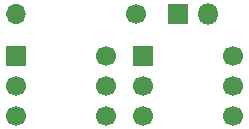
<source format=gbr>
%TF.GenerationSoftware,KiCad,Pcbnew,(5.1.6)-1*%
%TF.CreationDate,2021-08-30T08:33:37-07:00*%
%TF.ProjectId,4N25 Adapter,344e3235-2041-4646-9170-7465722e6b69,rev?*%
%TF.SameCoordinates,Original*%
%TF.FileFunction,Soldermask,Bot*%
%TF.FilePolarity,Negative*%
%FSLAX46Y46*%
G04 Gerber Fmt 4.6, Leading zero omitted, Abs format (unit mm)*
G04 Created by KiCad (PCBNEW (5.1.6)-1) date 2021-08-30 08:33:37*
%MOMM*%
%LPD*%
G01*
G04 APERTURE LIST*
%ADD10C,1.700000*%
%ADD11R,1.700000X1.700000*%
%ADD12O,1.700000X1.700000*%
%ADD13O,1.800000X1.800000*%
%ADD14R,1.800000X1.800000*%
G04 APERTURE END LIST*
D10*
%TO.C,U1*%
X113030000Y-90170000D03*
X113030000Y-92710000D03*
X113030000Y-95250000D03*
X105410000Y-95250000D03*
X105410000Y-92710000D03*
D11*
X105410000Y-90170000D03*
%TD*%
D12*
%TO.C,R1*%
X105410000Y-86614000D03*
D10*
X115570000Y-86614000D03*
%TD*%
D13*
%TO.C,J2*%
X121666000Y-86614000D03*
D14*
X119126000Y-86614000D03*
%TD*%
D10*
%TO.C,J1*%
X123825000Y-90170000D03*
X123825000Y-92710000D03*
X123825000Y-95250000D03*
X116205000Y-95250000D03*
X116205000Y-92710000D03*
D11*
X116205000Y-90170000D03*
%TD*%
M02*

</source>
